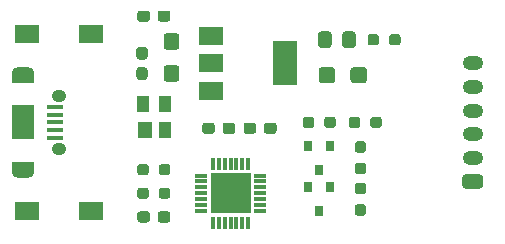
<source format=gbr>
G04 #@! TF.GenerationSoftware,KiCad,Pcbnew,(5.1.7-0-10_14)*
G04 #@! TF.CreationDate,2021-07-20T14:06:07+09:00*
G04 #@! TF.ProjectId,esp_flasher,6573705f-666c-4617-9368-65722e6b6963,rev?*
G04 #@! TF.SameCoordinates,Original*
G04 #@! TF.FileFunction,Soldermask,Top*
G04 #@! TF.FilePolarity,Negative*
%FSLAX46Y46*%
G04 Gerber Fmt 4.6, Leading zero omitted, Abs format (unit mm)*
G04 Created by KiCad (PCBNEW (5.1.7-0-10_14)) date 2021-07-20 14:06:07*
%MOMM*%
%LPD*%
G01*
G04 APERTURE LIST*
%ADD10O,1.250000X1.050000*%
%ADD11R,1.350000X0.400000*%
%ADD12O,1.900000X1.000000*%
%ADD13R,1.900000X2.900000*%
%ADD14R,1.900000X0.875000*%
%ADD15R,2.000000X1.500000*%
%ADD16R,2.000000X3.800000*%
%ADD17R,0.800000X0.900000*%
%ADD18R,2.000000X1.600000*%
%ADD19O,1.750000X1.200000*%
%ADD20R,1.000000X1.400000*%
%ADD21R,1.200000X1.400000*%
%ADD22R,1.000000X0.300000*%
%ADD23R,0.300000X1.000000*%
%ADD24R,3.400000X3.400000*%
G04 APERTURE END LIST*
D10*
X4450000Y-7775000D03*
D11*
X4125000Y-8700000D03*
X4125000Y-9350000D03*
X4125000Y-10000000D03*
X4125000Y-11300000D03*
D10*
X4450000Y-12225000D03*
D12*
X1450000Y-5825000D03*
X1450000Y-14175000D03*
D11*
X4125000Y-10650000D03*
D13*
X1450000Y-10000000D03*
D14*
X1450000Y-13737500D03*
X1450000Y-6262500D03*
G36*
G01*
X12825000Y-1237500D02*
X12825000Y-762500D01*
G75*
G02*
X13062500Y-525000I237500J0D01*
G01*
X13662500Y-525000D01*
G75*
G02*
X13900000Y-762500I0J-237500D01*
G01*
X13900000Y-1237500D01*
G75*
G02*
X13662500Y-1475000I-237500J0D01*
G01*
X13062500Y-1475000D01*
G75*
G02*
X12825000Y-1237500I0J237500D01*
G01*
G37*
G36*
G01*
X11100000Y-1237500D02*
X11100000Y-762500D01*
G75*
G02*
X11337500Y-525000I237500J0D01*
G01*
X11937500Y-525000D01*
G75*
G02*
X12175000Y-762500I0J-237500D01*
G01*
X12175000Y-1237500D01*
G75*
G02*
X11937500Y-1475000I-237500J0D01*
G01*
X11337500Y-1475000D01*
G75*
G02*
X11100000Y-1237500I0J237500D01*
G01*
G37*
G36*
G01*
X12825000Y-18237500D02*
X12825000Y-17762500D01*
G75*
G02*
X13062500Y-17525000I237500J0D01*
G01*
X13662500Y-17525000D01*
G75*
G02*
X13900000Y-17762500I0J-237500D01*
G01*
X13900000Y-18237500D01*
G75*
G02*
X13662500Y-18475000I-237500J0D01*
G01*
X13062500Y-18475000D01*
G75*
G02*
X12825000Y-18237500I0J237500D01*
G01*
G37*
G36*
G01*
X11100000Y-18237500D02*
X11100000Y-17762500D01*
G75*
G02*
X11337500Y-17525000I237500J0D01*
G01*
X11937500Y-17525000D01*
G75*
G02*
X12175000Y-17762500I0J-237500D01*
G01*
X12175000Y-18237500D01*
G75*
G02*
X11937500Y-18475000I-237500J0D01*
G01*
X11337500Y-18475000D01*
G75*
G02*
X11100000Y-18237500I0J237500D01*
G01*
G37*
D15*
X17350000Y-2700000D03*
X17350000Y-7300000D03*
X17350000Y-5000000D03*
D16*
X23650000Y-5000000D03*
G36*
G01*
X30837500Y-10237500D02*
X30837500Y-9762500D01*
G75*
G02*
X31075000Y-9525000I237500J0D01*
G01*
X31575000Y-9525000D01*
G75*
G02*
X31812500Y-9762500I0J-237500D01*
G01*
X31812500Y-10237500D01*
G75*
G02*
X31575000Y-10475000I-237500J0D01*
G01*
X31075000Y-10475000D01*
G75*
G02*
X30837500Y-10237500I0J237500D01*
G01*
G37*
G36*
G01*
X29012500Y-10237500D02*
X29012500Y-9762500D01*
G75*
G02*
X29250000Y-9525000I237500J0D01*
G01*
X29750000Y-9525000D01*
G75*
G02*
X29987500Y-9762500I0J-237500D01*
G01*
X29987500Y-10237500D01*
G75*
G02*
X29750000Y-10475000I-237500J0D01*
G01*
X29250000Y-10475000D01*
G75*
G02*
X29012500Y-10237500I0J237500D01*
G01*
G37*
G36*
G01*
X30237500Y-12575000D02*
X29762500Y-12575000D01*
G75*
G02*
X29525000Y-12337500I0J237500D01*
G01*
X29525000Y-11837500D01*
G75*
G02*
X29762500Y-11600000I237500J0D01*
G01*
X30237500Y-11600000D01*
G75*
G02*
X30475000Y-11837500I0J-237500D01*
G01*
X30475000Y-12337500D01*
G75*
G02*
X30237500Y-12575000I-237500J0D01*
G01*
G37*
G36*
G01*
X30237500Y-14400000D02*
X29762500Y-14400000D01*
G75*
G02*
X29525000Y-14162500I0J237500D01*
G01*
X29525000Y-13662500D01*
G75*
G02*
X29762500Y-13425000I237500J0D01*
G01*
X30237500Y-13425000D01*
G75*
G02*
X30475000Y-13662500I0J-237500D01*
G01*
X30475000Y-14162500D01*
G75*
G02*
X30237500Y-14400000I-237500J0D01*
G01*
G37*
G36*
G01*
X26075000Y-9762500D02*
X26075000Y-10237500D01*
G75*
G02*
X25837500Y-10475000I-237500J0D01*
G01*
X25337500Y-10475000D01*
G75*
G02*
X25100000Y-10237500I0J237500D01*
G01*
X25100000Y-9762500D01*
G75*
G02*
X25337500Y-9525000I237500J0D01*
G01*
X25837500Y-9525000D01*
G75*
G02*
X26075000Y-9762500I0J-237500D01*
G01*
G37*
G36*
G01*
X27900000Y-9762500D02*
X27900000Y-10237500D01*
G75*
G02*
X27662500Y-10475000I-237500J0D01*
G01*
X27162500Y-10475000D01*
G75*
G02*
X26925000Y-10237500I0J237500D01*
G01*
X26925000Y-9762500D01*
G75*
G02*
X27162500Y-9525000I237500J0D01*
G01*
X27662500Y-9525000D01*
G75*
G02*
X27900000Y-9762500I0J-237500D01*
G01*
G37*
G36*
G01*
X29762500Y-16925000D02*
X30237500Y-16925000D01*
G75*
G02*
X30475000Y-17162500I0J-237500D01*
G01*
X30475000Y-17662500D01*
G75*
G02*
X30237500Y-17900000I-237500J0D01*
G01*
X29762500Y-17900000D01*
G75*
G02*
X29525000Y-17662500I0J237500D01*
G01*
X29525000Y-17162500D01*
G75*
G02*
X29762500Y-16925000I237500J0D01*
G01*
G37*
G36*
G01*
X29762500Y-15100000D02*
X30237500Y-15100000D01*
G75*
G02*
X30475000Y-15337500I0J-237500D01*
G01*
X30475000Y-15837500D01*
G75*
G02*
X30237500Y-16075000I-237500J0D01*
G01*
X29762500Y-16075000D01*
G75*
G02*
X29525000Y-15837500I0J237500D01*
G01*
X29525000Y-15337500D01*
G75*
G02*
X29762500Y-15100000I237500J0D01*
G01*
G37*
G36*
G01*
X12075000Y-13762500D02*
X12075000Y-14237500D01*
G75*
G02*
X11837500Y-14475000I-237500J0D01*
G01*
X11337500Y-14475000D01*
G75*
G02*
X11100000Y-14237500I0J237500D01*
G01*
X11100000Y-13762500D01*
G75*
G02*
X11337500Y-13525000I237500J0D01*
G01*
X11837500Y-13525000D01*
G75*
G02*
X12075000Y-13762500I0J-237500D01*
G01*
G37*
G36*
G01*
X13900000Y-13762500D02*
X13900000Y-14237500D01*
G75*
G02*
X13662500Y-14475000I-237500J0D01*
G01*
X13162500Y-14475000D01*
G75*
G02*
X12925000Y-14237500I0J237500D01*
G01*
X12925000Y-13762500D01*
G75*
G02*
X13162500Y-13525000I237500J0D01*
G01*
X13662500Y-13525000D01*
G75*
G02*
X13900000Y-13762500I0J-237500D01*
G01*
G37*
G36*
G01*
X12925000Y-16237500D02*
X12925000Y-15762500D01*
G75*
G02*
X13162500Y-15525000I237500J0D01*
G01*
X13662500Y-15525000D01*
G75*
G02*
X13900000Y-15762500I0J-237500D01*
G01*
X13900000Y-16237500D01*
G75*
G02*
X13662500Y-16475000I-237500J0D01*
G01*
X13162500Y-16475000D01*
G75*
G02*
X12925000Y-16237500I0J237500D01*
G01*
G37*
G36*
G01*
X11100000Y-16237500D02*
X11100000Y-15762500D01*
G75*
G02*
X11337500Y-15525000I237500J0D01*
G01*
X11837500Y-15525000D01*
G75*
G02*
X12075000Y-15762500I0J-237500D01*
G01*
X12075000Y-16237500D01*
G75*
G02*
X11837500Y-16475000I-237500J0D01*
G01*
X11337500Y-16475000D01*
G75*
G02*
X11100000Y-16237500I0J237500D01*
G01*
G37*
G36*
G01*
X32425000Y-3237500D02*
X32425000Y-2762500D01*
G75*
G02*
X32662500Y-2525000I237500J0D01*
G01*
X33162500Y-2525000D01*
G75*
G02*
X33400000Y-2762500I0J-237500D01*
G01*
X33400000Y-3237500D01*
G75*
G02*
X33162500Y-3475000I-237500J0D01*
G01*
X32662500Y-3475000D01*
G75*
G02*
X32425000Y-3237500I0J237500D01*
G01*
G37*
G36*
G01*
X30600000Y-3237500D02*
X30600000Y-2762500D01*
G75*
G02*
X30837500Y-2525000I237500J0D01*
G01*
X31337500Y-2525000D01*
G75*
G02*
X31575000Y-2762500I0J-237500D01*
G01*
X31575000Y-3237500D01*
G75*
G02*
X31337500Y-3475000I-237500J0D01*
G01*
X30837500Y-3475000D01*
G75*
G02*
X30600000Y-3237500I0J237500D01*
G01*
G37*
D17*
X26500000Y-14000000D03*
X25550000Y-12000000D03*
X27450000Y-12000000D03*
X26500000Y-17500000D03*
X25550000Y-15500000D03*
X27450000Y-15500000D03*
D18*
X7200000Y-2500000D03*
X1800000Y-2500000D03*
X7200000Y-17500000D03*
X1800000Y-17500000D03*
D19*
X39500000Y-5000000D03*
X39500000Y-7000000D03*
X39500000Y-9000000D03*
X39500000Y-11000000D03*
X39500000Y-13000000D03*
G36*
G01*
X40125001Y-15600000D02*
X38874999Y-15600000D01*
G75*
G02*
X38625000Y-15350001I0J249999D01*
G01*
X38625000Y-14649999D01*
G75*
G02*
X38874999Y-14400000I249999J0D01*
G01*
X40125001Y-14400000D01*
G75*
G02*
X40375000Y-14649999I0J-249999D01*
G01*
X40375000Y-15350001D01*
G75*
G02*
X40125001Y-15600000I-249999J0D01*
G01*
G37*
D20*
X11550000Y-8400000D03*
X13450000Y-8400000D03*
X13450000Y-10600000D03*
D21*
X11730000Y-10600000D03*
G36*
G01*
X27550000Y-2549999D02*
X27550000Y-3450001D01*
G75*
G02*
X27300001Y-3700000I-249999J0D01*
G01*
X26649999Y-3700000D01*
G75*
G02*
X26400000Y-3450001I0J249999D01*
G01*
X26400000Y-2549999D01*
G75*
G02*
X26649999Y-2300000I249999J0D01*
G01*
X27300001Y-2300000D01*
G75*
G02*
X27550000Y-2549999I0J-249999D01*
G01*
G37*
G36*
G01*
X29600000Y-2549999D02*
X29600000Y-3450001D01*
G75*
G02*
X29350001Y-3700000I-249999J0D01*
G01*
X28699999Y-3700000D01*
G75*
G02*
X28450000Y-3450001I0J249999D01*
G01*
X28450000Y-2549999D01*
G75*
G02*
X28699999Y-2300000I249999J0D01*
G01*
X29350001Y-2300000D01*
G75*
G02*
X29600000Y-2549999I0J-249999D01*
G01*
G37*
G36*
G01*
X11737500Y-4675000D02*
X11262500Y-4675000D01*
G75*
G02*
X11025000Y-4437500I0J237500D01*
G01*
X11025000Y-3837500D01*
G75*
G02*
X11262500Y-3600000I237500J0D01*
G01*
X11737500Y-3600000D01*
G75*
G02*
X11975000Y-3837500I0J-237500D01*
G01*
X11975000Y-4437500D01*
G75*
G02*
X11737500Y-4675000I-237500J0D01*
G01*
G37*
G36*
G01*
X11737500Y-6400000D02*
X11262500Y-6400000D01*
G75*
G02*
X11025000Y-6162500I0J237500D01*
G01*
X11025000Y-5562500D01*
G75*
G02*
X11262500Y-5325000I237500J0D01*
G01*
X11737500Y-5325000D01*
G75*
G02*
X11975000Y-5562500I0J-237500D01*
G01*
X11975000Y-6162500D01*
G75*
G02*
X11737500Y-6400000I-237500J0D01*
G01*
G37*
G36*
G01*
X18325000Y-10737500D02*
X18325000Y-10262500D01*
G75*
G02*
X18562500Y-10025000I237500J0D01*
G01*
X19162500Y-10025000D01*
G75*
G02*
X19400000Y-10262500I0J-237500D01*
G01*
X19400000Y-10737500D01*
G75*
G02*
X19162500Y-10975000I-237500J0D01*
G01*
X18562500Y-10975000D01*
G75*
G02*
X18325000Y-10737500I0J237500D01*
G01*
G37*
G36*
G01*
X16600000Y-10737500D02*
X16600000Y-10262500D01*
G75*
G02*
X16837500Y-10025000I237500J0D01*
G01*
X17437500Y-10025000D01*
G75*
G02*
X17675000Y-10262500I0J-237500D01*
G01*
X17675000Y-10737500D01*
G75*
G02*
X17437500Y-10975000I-237500J0D01*
G01*
X16837500Y-10975000D01*
G75*
G02*
X16600000Y-10737500I0J237500D01*
G01*
G37*
G36*
G01*
X29150000Y-6425001D02*
X29150000Y-5574999D01*
G75*
G02*
X29399999Y-5325000I249999J0D01*
G01*
X30300001Y-5325000D01*
G75*
G02*
X30550000Y-5574999I0J-249999D01*
G01*
X30550000Y-6425001D01*
G75*
G02*
X30300001Y-6675000I-249999J0D01*
G01*
X29399999Y-6675000D01*
G75*
G02*
X29150000Y-6425001I0J249999D01*
G01*
G37*
G36*
G01*
X26450000Y-6425001D02*
X26450000Y-5574999D01*
G75*
G02*
X26699999Y-5325000I249999J0D01*
G01*
X27600001Y-5325000D01*
G75*
G02*
X27850000Y-5574999I0J-249999D01*
G01*
X27850000Y-6425001D01*
G75*
G02*
X27600001Y-6675000I-249999J0D01*
G01*
X26699999Y-6675000D01*
G75*
G02*
X26450000Y-6425001I0J249999D01*
G01*
G37*
G36*
G01*
X14425001Y-3850000D02*
X13574999Y-3850000D01*
G75*
G02*
X13325000Y-3600001I0J249999D01*
G01*
X13325000Y-2699999D01*
G75*
G02*
X13574999Y-2450000I249999J0D01*
G01*
X14425001Y-2450000D01*
G75*
G02*
X14675000Y-2699999I0J-249999D01*
G01*
X14675000Y-3600001D01*
G75*
G02*
X14425001Y-3850000I-249999J0D01*
G01*
G37*
G36*
G01*
X14425001Y-6550000D02*
X13574999Y-6550000D01*
G75*
G02*
X13325000Y-6300001I0J249999D01*
G01*
X13325000Y-5399999D01*
G75*
G02*
X13574999Y-5150000I249999J0D01*
G01*
X14425001Y-5150000D01*
G75*
G02*
X14675000Y-5399999I0J-249999D01*
G01*
X14675000Y-6300001D01*
G75*
G02*
X14425001Y-6550000I-249999J0D01*
G01*
G37*
G36*
G01*
X20100000Y-10737500D02*
X20100000Y-10262500D01*
G75*
G02*
X20337500Y-10025000I237500J0D01*
G01*
X20937500Y-10025000D01*
G75*
G02*
X21175000Y-10262500I0J-237500D01*
G01*
X21175000Y-10737500D01*
G75*
G02*
X20937500Y-10975000I-237500J0D01*
G01*
X20337500Y-10975000D01*
G75*
G02*
X20100000Y-10737500I0J237500D01*
G01*
G37*
G36*
G01*
X21825000Y-10737500D02*
X21825000Y-10262500D01*
G75*
G02*
X22062500Y-10025000I237500J0D01*
G01*
X22662500Y-10025000D01*
G75*
G02*
X22900000Y-10262500I0J-237500D01*
G01*
X22900000Y-10737500D01*
G75*
G02*
X22662500Y-10975000I-237500J0D01*
G01*
X22062500Y-10975000D01*
G75*
G02*
X21825000Y-10737500I0J237500D01*
G01*
G37*
D22*
X21500000Y-17500000D03*
D23*
X17500000Y-18500000D03*
D22*
X16500000Y-14500000D03*
D23*
X20500000Y-13500000D03*
X20000000Y-13500000D03*
X19500000Y-13500000D03*
X19000000Y-13500000D03*
X18500000Y-13500000D03*
X18000000Y-13500000D03*
X17500000Y-13500000D03*
D22*
X16500000Y-15000000D03*
X16500000Y-15500000D03*
X16500000Y-16000000D03*
X16500000Y-16500000D03*
X16500000Y-17000000D03*
X16500000Y-17500000D03*
D23*
X18000000Y-18500000D03*
X18500000Y-18500000D03*
X19000000Y-18500000D03*
X19500000Y-18500000D03*
X20000000Y-18500000D03*
X20500000Y-18500000D03*
D22*
X21500000Y-17000000D03*
X21500000Y-16500000D03*
X21500000Y-16000000D03*
X21500000Y-15500000D03*
X21500000Y-15000000D03*
X21500000Y-14500000D03*
D24*
X19000000Y-16000000D03*
M02*

</source>
